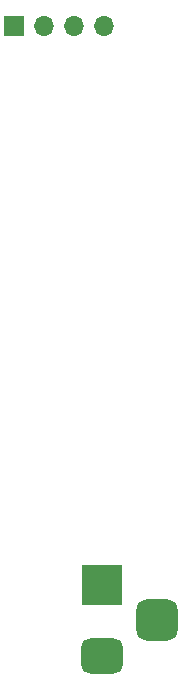
<source format=gbs>
%TF.GenerationSoftware,KiCad,Pcbnew,(6.0.2)*%
%TF.CreationDate,2022-02-19T19:11:57+01:00*%
%TF.ProjectId,hexalight,68657861-6c69-4676-9874-2e6b69636164,rev?*%
%TF.SameCoordinates,Original*%
%TF.FileFunction,Soldermask,Bot*%
%TF.FilePolarity,Negative*%
%FSLAX46Y46*%
G04 Gerber Fmt 4.6, Leading zero omitted, Abs format (unit mm)*
G04 Created by KiCad (PCBNEW (6.0.2)) date 2022-02-19 19:11:57*
%MOMM*%
%LPD*%
G01*
G04 APERTURE LIST*
G04 Aperture macros list*
%AMRoundRect*
0 Rectangle with rounded corners*
0 $1 Rounding radius*
0 $2 $3 $4 $5 $6 $7 $8 $9 X,Y pos of 4 corners*
0 Add a 4 corners polygon primitive as box body*
4,1,4,$2,$3,$4,$5,$6,$7,$8,$9,$2,$3,0*
0 Add four circle primitives for the rounded corners*
1,1,$1+$1,$2,$3*
1,1,$1+$1,$4,$5*
1,1,$1+$1,$6,$7*
1,1,$1+$1,$8,$9*
0 Add four rect primitives between the rounded corners*
20,1,$1+$1,$2,$3,$4,$5,0*
20,1,$1+$1,$4,$5,$6,$7,0*
20,1,$1+$1,$6,$7,$8,$9,0*
20,1,$1+$1,$8,$9,$2,$3,0*%
G04 Aperture macros list end*
%ADD10R,1.700000X1.700000*%
%ADD11O,1.700000X1.700000*%
%ADD12R,3.500000X3.500000*%
%ADD13RoundRect,0.750000X1.000000X-0.750000X1.000000X0.750000X-1.000000X0.750000X-1.000000X-0.750000X0*%
%ADD14RoundRect,0.875000X0.875000X-0.875000X0.875000X0.875000X-0.875000X0.875000X-0.875000X-0.875000X0*%
G04 APERTURE END LIST*
D10*
X144028000Y-67310000D03*
D11*
X146568000Y-67310000D03*
X149108000Y-67310000D03*
X151648000Y-67310000D03*
D12*
X151442500Y-114650000D03*
D13*
X151442500Y-120650000D03*
D14*
X156142500Y-117650000D03*
M02*

</source>
